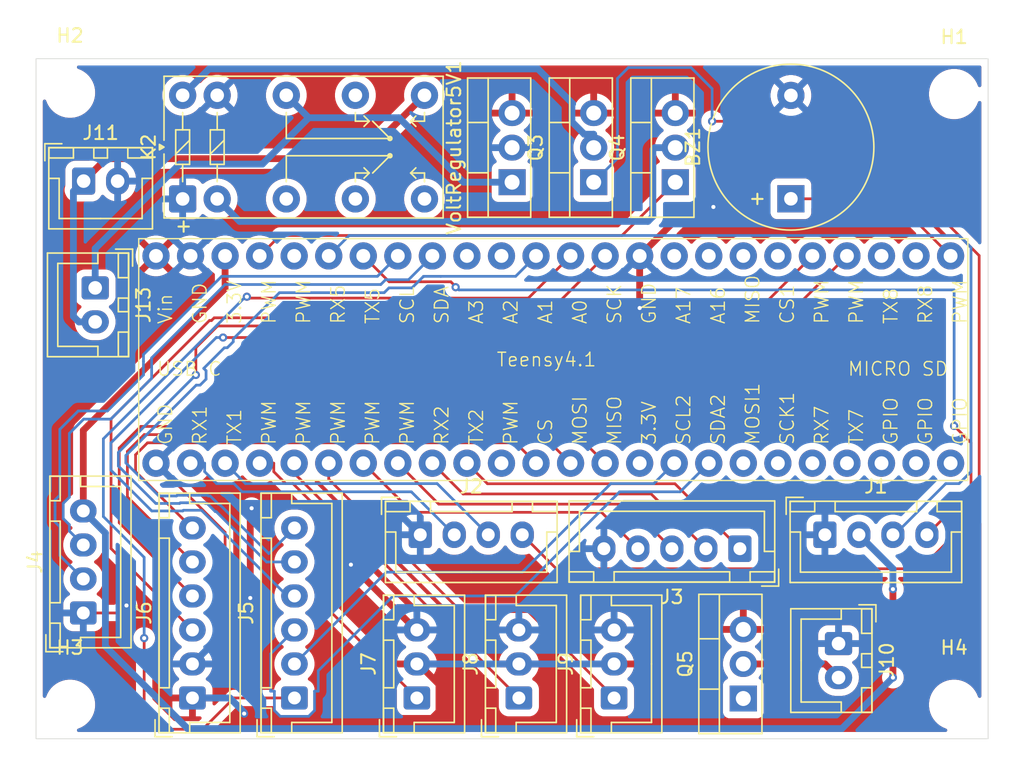
<source format=kicad_pcb>
(kicad_pcb (version 20241229) (generator "pcbnew") (generator_version "9.0")
  (layers (0 "F.Cu" signal) (2 "B.Cu" signal) (13 "F.Paste" user) (15 "B.Paste" user) (5 "F.SilkS" user "F.Silkscreen") (7 "B.SilkS" user "B.Silkscreen") (1 "F.Mask" user) (3 "B.Mask" user) (25 "Edge.Cuts" user))
  (net 0 "")
  (net 1 "TX_VIDEO")
  (net 2 "GND")
  (net 3 "RX_VIDEO")
  (net 4 "RX_LORA")
  (net 5 "TX_LORA")
  (net 6 "+3.3V")
  (net 7 "PWM_SERVO2")
  (net 8 "PWM_SERVO3")
  (net 9 "SDA")
  (net 10 "SCL")
  (net 11 "PWM_SERVO1")
  (net 12 "BUZZER")
  (net 13 "RX_SERIAL")
  (net 14 "+5V")
  (net 16 "TX_SERIAL")
  (net 17 "Nichrome_1")
  (net 18 "Vehicle_On")
  (net 19 "VIDEO_ON")
  (net 20 "PI_ON")
  (net 21 "GPIO3")
  (net 22 "MISO")
  (net 23 "GPIO0")
  (net 24 "MOSI")
  (net 25 "GPIO1")
  (net 26 "IRQ")
  (net 27 "SCLK")
  (net 28 "GPIO2")
  (net 29 "CS")
  (net 30 "SDN")
  (net 35 "Nichrome")
  (net 46 "Net-(J10-Pin_2)")
  (net 53 "VIN")
  (net 54 "Net-(J13-Pin_1)")
  (net 55 "Net-(Q3-D)")
  (net 56 "Net-(Q4-D)")
  (net 57 "Vehicle_Off")
  (footprint "MountingHole:MountingHole_3.2mm_M3" (layer "F.Cu") (at 109 38)
    (property "Reference" "H2")
    (property "Value" "MountingHole")
  )
  (footprint "Connector_JST:JST_XH_B2B-XH-A_1x02_P2.50mm_Vertical" (layer "F.Cu") (at 110 44.5)
    (property "Reference" "J11")
    (property "Value" "Battery In")
  )
  (footprint "Connector_JST:JST_XH_B3B-XH-A_1x03_P2.50mm_Vertical" (layer "F.Cu") (at 149 82.5 90)
    (property "Reference" "J9")
    (property "Value" "Servo 3")
  )
  (footprint "MountingHole:MountingHole_3.2mm_M3" (layer "F.Cu") (at 109 83)
    (property "Reference" "H3")
    (property "Value" "MountingHole")
  )
  (footprint "Package_TO_SOT_THT:TO-220-3_Vertical" (layer "F.Cu") (at 153.5 44.58 90)
    (property "Reference" "Q4")
    (property "Value" "Vehicle Off")
  )
  (footprint "Package_TO_SOT_THT:TO-220-3_Vertical" (layer "F.Cu") (at 158.5 82.54 90)
    (property "Reference" "Q5")
    (property "Value" "Nichrome")
  )
  (footprint "Breakout Boards:Teensy_4.1" (layer "F.Cu") (at 144.53 57.62 90)
    (property "Reference" "Teensy4.1")
    (property "Value" "~")
  )
  (footprint "Package_TO_SOT_THT:TO-220-3_Vertical" (layer "F.Cu") (at 141.5 44.58 90)
    (property "Reference" "VoltRegulator5V1")
    (property "Value" "L7805")
  )
  (footprint "Connector_JST:JST_XH_B4B-XH-A_1x04_P2.50mm_Vertical" (layer "F.Cu") (at 164.5 70.5)
    (property "Reference" "J1")
    (property "Value" "Lora Radio")
  )
  (footprint "Connector_JST:JST_XH_B2B-XH-A_1x02_P2.50mm_Vertical" (layer "F.Cu") (at 110.85 52.35 -90)
    (property "Reference" "J13")
    (property "Value" "Bypass")
  )
  (footprint "Connector_JST:JST_XH_B5B-XH-A_1x05_P2.50mm_Vertical" (layer "F.Cu") (at 158.25 71.525 180)
    (property "Reference" "J3")
    (property "Value" "Live Video")
  )
  (footprint "Relay_THT:Relay_DPDT_Omron_G6AK" (layer "F.Cu") (at 117.279706 45.81 90)
    (property "Reference" "K2")
    (property "Value" "HONGFA_HFD2-0xx-x-L2-x")
  )
  (footprint "Package_TO_SOT_THT:TO-220-3_Vertical" (layer "F.Cu") (at 147.5 44.58 90)
    (property "Reference" "Q3")
    (property "Value" "Vehicle On")
  )
  (footprint "Connector_JST:JST_XH_B3B-XH-A_1x03_P2.50mm_Vertical" (layer "F.Cu") (at 142 82.5 90)
    (property "Reference" "J8")
    (property "Value" "Servo 2")
  )
  (footprint "Connector_JST:JST_XH_B4B-XH-A_1x04_P2.50mm_Vertical" (layer "F.Cu") (at 134.75 70.5)
    (property "Reference" "J2")
    (property "Value" "Magnetic Connector")
  )
  (footprint "MountingHole:MountingHole_3.2mm_M3" (layer "F.Cu") (at 174 83)
    (property "Reference" "H4")
    (property "Value" "MountingHole")
  )
  (footprint "Connector_JST:JST_XH_B6B-XH-A_1x06_P2.50mm_Vertical" (layer "F.Cu") (at 118 82.5 90)
    (property "Reference" "J6")
    (property "Value" "Telemetry Data")
  )
  (footprint "Connector_JST:JST_XH_B3B-XH-A_1x03_P2.50mm_Vertical" (layer "F.Cu") (at 134.5 82.5 90)
    (property "Reference" "J7")
    (property "Value" "Servo 1")
  )
  (footprint "MountingHole:MountingHole_3.2mm_M3" (layer "F.Cu") (at 174 38.1)
    (property "Reference" "H1")
    (property "Value" "MountingHole")
  )
  (footprint "Connector_JST:JST_XH_B2B-XH-A_1x02_P2.50mm_Vertical" (layer "F.Cu") (at 165.5 78.5 -90)
    (property "Reference" "J10")
    (property "Value" "Nichrome")
  )
  (footprint "Connector_JST:JST_XH_B4B-XH-A_1x04_P2.50mm_Vertical" (layer "F.Cu") (at 109.975 76.25 90)
    (property "Reference" "J4")
    (property "Value" "I2C Connector")
  )
  (footprint "Connector_JST:JST_XH_B6B-XH-A_1x06_P2.50mm_Vertical" (layer "F.Cu") (at 125.5 82.5 90)
    (property "Reference" "J5")
    (property "Value" "Telemetry GPIO")
  )
  (footprint "Buzzer_Beeper:Buzzer_12x9.5RM7.6" (layer "F.Cu") (at 162 45.8 90)
    (property "Reference" "BZ1")
    (property "Value" "Buzzer")
  )
  (gr_rect (start 106.5 35.5) (end 176.5 85.5) (stroke (width 0.05)) (fill no) (layer "Edge.Cuts"))
  (segment (start 139.69 66.75) (end 153.475 66.75) (width 0.2) (layer "F.Cu") (net 1))
  (segment (start 138.18 65.24) (end 139.69 66.75) (width 0.2) (layer "F.Cu") (net 1))
  (segment (start 153.475 66.75) (end 158.25 71.525) (width 0.2) (layer "F.Cu") (net 1))
  (segment (start 154.48 46.4) (end 150.88 50) (width 0.5) (layer "F.Cu") (net 2))
  (segment (start 156.3 46.4) (end 154.48 46.4) (width 0.5) (layer "F.Cu") (net 2))
  (segment (start 120.4 77.6) (end 118 80) (width 0.2) (layer "F.Cu") (net 2))
  (segment (start 122.25 75.15) (end 122.25 68.65) (width 0.5) (layer "F.Cu") (net 2))
  (segment (start 120.4 70.32) (end 120.4 77.6) (width 0.2) (layer "F.Cu") (net 2))
  (segment (start 134.45 77.5) (end 129.65 72.7) (width 0.5) (layer "F.Cu") (net 2))
  (segment (start 122.25 68.65) (end 122.35 68.55) (width 0.5) (layer "F.Cu") (net 2))
  (segment (start 150.88 50) (end 150.88 53.83) (width 0.5) (layer "F.Cu") (net 2))
  (segment (start 109.975 76.25) (end 112.6 76.25) (width 0.2) (layer "F.Cu") (net 2))
  (segment (start 134.5 77.5) (end 134.45 77.5) (width 0.5) (layer "F.Cu") (net 2))
  (segment (start 112.6 76.25) (end 113.15 75.7) (width 0.2) (layer "F.Cu") (net 2))
  (segment (start 115.32 65.24) (end 120.4 70.32) (width 0.2) (layer "F.Cu") (net 2))
  (via (at 113.15 75.7) (size 0.6) (drill 0.3) (layers "F.Cu" "B.Cu") (net 2))
  (via (at 122.25 75.15) (size 0.6) (drill 0.3) (layers "F.Cu" "B.Cu") (net 2))
  (via (at 156.3 46.4) (size 0.6) (drill 0.3) (layers "F.Cu" "B.Cu") (net 2))
  (via (at 122.35 68.55) (size 0.6) (drill 0.3) (layers "F.Cu" "B.Cu") (net 2))
  (via (at 150.88 53.83) (size 0.6) (drill 0.3) (layers "F.Cu" "B.Cu") (net 2))
  (via (at 129.65 72.7) (size 0.6) (drill 0.3) (layers "F.Cu" "B.Cu") (net 2))
  (segment (start 122.25 75.75) (end 122.25 75.15) (width 0.5) (layer "B.Cu") (net 2))
  (segment (start 122.35 68.55) (end 122.6 68.3) (width 0.5) (layer "B.Cu") (net 2))
  (segment (start 118 80) (end 122.25 75.75) (width 0.5) (layer "B.Cu") (net 2))
  (segment (start 132.55 68.3) (end 134.75 70.5) (width 0.5) (layer "B.Cu") (net 2))
  (segment (start 122.6 68.3) (end 132.55 68.3) (width 0.5) (layer "B.Cu") (net 2))
  (segment (start 135.64 65.24) (end 137.9 67.5) (width 0.2) (layer "F.Cu") (net 3))
  (segment (start 137.9 67.5) (end 151.725 67.5) (width 0.2) (layer "F.Cu") (net 3))
  (segment (start 151.725 67.5) (end 155.75 71.525) (width 0.2) (layer "F.Cu") (net 3))
  (segment (start 175.241 49.378265) (end 174.361735 48.499) (width 0.2) (layer "B.Cu") (net 4))
  (segment (start 174.361735 48.499) (end 129.521 48.499) (width 0.2) (layer "B.Cu") (net 4))
  (segment (start 129.521 48.499) (end 128.02 50) (width 0.2) (layer "B.Cu") (net 4))
  (segment (start 173.384 66.741) (end 174.361735 66.741) (width 0.2) (layer "B.Cu") (net 4))
  (segment (start 169.5 70.5) (end 169.625 70.5) (width 0.2) (layer "B.Cu") (net 4))
  (segment (start 175.241 65.861735) (end 175.241 49.378265) (width 0.2) (layer "B.Cu") (net 4))
  (segment (start 169.625 70.5) (end 173.384 66.741) (width 0.2) (layer "B.Cu") (net 4))
  (segment (start 174.361735 66.741) (end 175.241 65.861735) (width 0.2) (layer "B.Cu") (net 4))
  (segment (start 174 62.5) (end 175.241 63.741) (width 0.2) (layer "F.Cu") (net 5))
  (segment (start 136.995699 51.9) (end 132.46 51.9) (width 0.2) (layer "F.Cu") (net 5))
  (segment (start 137.35 52.3) (end 137.35 52.254301) (width 0.2) (layer "F.Cu") (net 5))
  (segment (start 175.241 63.741) (end 175.241 67.259) (width 0.2) (layer "F.Cu") (net 5))
  (segment (start 132.46 51.9) (end 130.56 50) (width 0.2) (layer "F.Cu") (net 5))
  (segment (start 175.241 67.259) (end 172 70.5) (width 0.2) (layer "F.Cu") (net 5))
  (segment (start 137.35 52.254301) (end 136.995699 51.9) (width 0.2) (layer "F.Cu") (net 5))
  (via (at 137.35 52.3) (size 0.6) (drill 0.3) (layers "F.Cu" "B.Cu") (net 5))
  (via (at 174 62.5) (size 0.6) (drill 0.3) (layers "F.Cu" "B.Cu") (net 5))
  (segment (start 137.35 52.3) (end 137.395699 52.3) (width 0.2) (layer "B.Cu") (net 5))
  (segment (start 174 52.5) (end 174 62.5) (width 0.2) (layer "B.Cu") (net 5))
  (segment (start 137.595699 52.5) (end 174 52.5) (width 0.2) (layer "B.Cu") (net 5))
  (segment (start 137.395699 52.3) (end 137.595699 52.5) (width 0.2) (layer "B.Cu") (net 5))
  (segment (start 109.975 62.825) (end 120.4 52.4) (width 0.5) (layer "F.Cu") (net 6))
  (segment (start 169.5 74.5) (end 169.5 81) (width 0.5) (layer "F.Cu") (net 6))
  (segment (start 109.975 68.75) (end 109.975 62.825) (width 0.5) (layer "F.Cu") (net 6))
  (segment (start 120.4 52.4) (end 120.4 50) (width 0.5) (layer "F.Cu") (net 6))
  (via (at 169.5 74.5) (size 0.6) (drill 0.3) (layers "F.Cu" "B.Cu") (net 6))
  (via (at 169.5 81) (size 0.6) (drill 0.3) (layers "F.Cu" "B.Cu") (net 6))
  (segment (start 167 70.535424) (end 167 70.5) (width 0.5) (layer "B.Cu") (net 6))
  (segment (start 111.601 78.707134) (end 117.642866 84.749) (width 0.5) (layer "B.Cu") (net 6))
  (segment (start 169.5 73) (end 167 70.5) (width 0.5) (layer "B.Cu") (net 6))
  (segment (start 109.975 68.75) (end 111.601 70.376) (width 0.5) (layer "B.Cu") (net 6))
  (segment (start 111.601 70.376) (end 111.601 78.707134) (width 0.5) (layer "B.Cu") (net 6))
  (segment (start 117.642866 84.749) (end 165.751 84.749) (width 0.5) (layer "B.Cu") (net 6))
  (segment (start 165.751 84.749) (end 169.5 81) (width 0.5) (layer "B.Cu") (net 6))
  (segment (start 167 71) (end 167 70.5) (width 0.5) (layer "B.Cu") (net 6))
  (segment (start 169.5 73) (end 169.5 74.5) (width 0.5) (layer "B.Cu") (net 6))
  (segment (start 125.48 65.24) (end 125.48 65.98) (width 0.2) (layer "F.Cu") (net 7))
  (segment (start 125.48 65.98) (end 142 82.5) (width 0.2) (layer "F.Cu") (net 7))
  (segment (start 142.684603 76.149) (end 149 82.464397) (width 0.2) (layer "F.Cu") (net 8))
  (segment (start 137.754998 76.149) (end 142.684603 76.149) (width 0.2) (layer "F.Cu") (net 8))
  (segment (start 149 82.464397) (end 149 82.5) (width 0.2) (layer "F.Cu") (net 8))
  (segment (start 128.02 65.24) (end 128.02 66.414002) (width 0.2) (layer "F.Cu") (net 8))
  (segment (start 128.02 66.414002) (end 137.754998 76.149) (width 0.2) (layer "F.Cu") (net 8))
  (segment (start 108.95 67.739397) (end 108.95 63.05) (width 0.2) (layer "B.Cu") (net 9))
  (segment (start 108.95 69.760603) (end 108.499 69.309603) (width 0.2) (layer "B.Cu") (net 9))
  (segment (start 131.847942 52.102) (end 132.199942 51.75) (width 0.2) (layer "B.Cu") (net 9))
  (segment (start 120.398 52.102) (end 131.847942 52.102) (width 0.2) (layer "B.Cu") (net 9))
  (segment (start 108.95 70.225) (end 108.95 69.760603) (width 0.2) (layer "B.Cu") (net 9))
  (segment (start 133.89 51.75) (end 135.64 50) (width 0.2) (layer "B.Cu") (net 9))
  (segment (start 108.499 68.190397) (end 108.95 67.739397) (width 0.2) (layer "B.Cu") (net 9))
  (segment (start 109.975 71.25) (end 108.95 70.225) (width 0.2) (layer "B.Cu") (net 9))
  (segment (start 132.199942 51.75) (end 133.89 51.75) (width 0.2) (layer "B.Cu") (net 9))
  (segment (start 115 57.5) (end 120.398 52.102) (width 0.2) (layer "B.Cu") (net 9))
  (segment (start 108.95 63.05) (end 110 62) (width 0.2) (layer "B.Cu") (net 9))
  (segment (start 112 62) (end 115 59) (width 0.2) (layer "B.Cu") (net 9))
  (segment (start 108.499 69.309603) (end 108.499 68.190397) (width 0.2) (layer "B.Cu") (net 9))
  (segment (start 110 62) (end 112 62) (width 0.2) (layer "B.Cu") (net 9))
  (segment (start 115 59) (end 115 57.5) (width 0.2) (layer "B.Cu") (net 9))
  (segment (start 111.751058 61.399) (end 114.399 58.751058) (width 0.2) (layer "B.Cu") (net 10))
  (segment (start 131.951 51.149) (end 133.1 50) (width 0.2) (layer "B.Cu") (net 10))
  (segment (start 109.751058 61.399) (end 110.248942 61.399) (width 0.2) (layer "B.Cu") (net 10))
  (segment (start 108.25 69.910545) (end 107.898 69.558545) (width 0.2) (layer "B.Cu") (net 10))
  (segment (start 114.399 57.748942) (end 114.399 57.251058) (width 0.2) (layer "B.Cu") (net 10))
  (segment (start 119.797 51.853058) (end 120.149058 51.501) (width 0.2) (layer "B.Cu") (net 10))
  (segment (start 107.898 67.941455) (end 108.25 67.589455) (width 0.2) (layer "B.Cu") (net 10))
  (segment (start 114.751058 56.899) (end 119.797 51.853058) (width 0.2) (layer "B.Cu") (net 10))
  (segment (start 120.149058 51.501) (end 120.646942 51.501) (width 0.2) (layer "B.Cu") (net 10))
  (segment (start 108.25 62.75) (end 109.601 61.399) (width 0.2) (layer "B.Cu") (net 10))
  (segment (start 109.975 73.75) (end 108.25 72.025) (width 0.2) (layer "B.Cu") (net 10))
  (segment (start 107.898 68.439339) (end 107.898 67.941455) (width 0.2) (layer "B.Cu") (net 10))
  (segment (start 120.646942 51.501) (end 131.599 51.501) (width 0.2) (layer "B.Cu") (net 10))
  (segment (start 131.599 51.501) (end 131.951 51.149) (width 0.2) (layer "B.Cu") (net 10))
  (segment (start 107.898 69.060661) (end 107.898 68.439339) (width 0.2) (layer "B.Cu") (net 10))
  (segment (start 110.248942 61.399) (end 111.751058 61.399) (width 0.2) (layer "B.Cu") (net 10))
  (segment (start 108.25 72.025) (end 108.25 69.910545) (width 0.2) (layer "B.Cu") (net 10))
  (segment (start 108.25 67.589455) (end 108.25 62.75) (width 0.2) (layer "B.Cu") (net 10))
  (segment (start 114.399 58.751058) (end 114.399 57.748942) (width 0.2) (layer "B.Cu") (net 10))
  (segment (start 109.601 61.399) (end 109.751058 61.399) (width 0.2) (layer "B.Cu") (net 10))
  (segment (start 107.898 69.558545) (end 107.898 69.060661) (width 0.2) (layer "B.Cu") (net 10))
  (segment (start 114.399 57.251058) (end 114.751058 56.899) (width 0.2) (layer "B.Cu") (net 10))
  (segment (start 124.858265 66.741) (end 125.391058 66.741) (width 0.2) (layer "F.Cu") (net 11))
  (segment (start 123.979 65.861735) (end 124.858265 66.741) (width 0.2) (layer "F.Cu") (net 11))
  (segment (start 122.94 65.24) (end 123.979 65.24) (width 0.2) (layer "F.Cu") (net 11))
  (segment (start 125.391058 66.741) (end 127.9 69.249942) (width 0.2) (layer "F.Cu") (net 11))
  (segment (start 123.979 65.24) (end 123.979 65.861735) (width 0.2) (layer "F.Cu") (net 11))
  (segment (start 127.9 69.249942) (end 127.9 75.9) (width 0.2) (layer "F.Cu") (net 11))
  (segment (start 127.9 75.9) (end 134.5 82.5) (width 0.2) (layer "F.Cu") (net 11))
  (segment (start 169.54 45.8) (end 173.74 50) (width 0.2) (layer "F.Cu") (net 12))
  (segment (start 162 45.8) (end 169.54 45.8) (width 0.2) (layer "F.Cu") (net 12))
  (segment (start 137.25 70.5) (end 134.092 67.342) (width 0.2) (layer "B.Cu") (net 13))
  (segment (start 121.3 66.989942) (end 121.036396 66.726338) (width 0.2) (layer "B.Cu") (net 13))
  (segment (start 118.899 65.861735) (end 118.899 65.24) (width 0.2) (layer "B.Cu") (net 13))
  (segment (start 121.036396 66.726338) (end 121.021735 66.741) (width 0.2) (layer "B.Cu") (net 13))
  (segment (start 122.149942 67.342) (end 121.652058 67.342) (width 0.2) (layer "B.Cu") (net 13))
  (segment (start 121.652058 67.342) (end 121.3 66.989942) (width 0.2) (layer "B.Cu") (net 13))
  (segment (start 118.899 65.24) (end 117.86 65.24) (width 0.2) (layer "B.Cu") (net 13))
  (segment (start 134.092 67.342) (end 122.149942 67.342) (width 0.2) (layer "B.Cu") (net 13))
  (segment (start 119.778265 66.741) (end 118.899 65.861735) (width 0.2) (layer "B.Cu") (net 13))
  (segment (start 121.021735 66.741) (end 119.778265 66.741) (width 0.2) (layer "B.Cu") (net 13))
  (segment (start 136.126 81.501) (end 134.625 80) (width 0.5) (layer "F.Cu") (net 14))
  (segment (start 122.151 84.001) (end 135.605134 84.001) (width 0.5) (layer "F.Cu") (net 14))
  (segment (start 135.605134 84.001) (end 136.126 83.480134) (width 0.5) (layer "F.Cu") (net 14))
  (segment (start 134.625 80) (end 134.5 80) (width 0.5) (layer "F.Cu") (net 14))
  (segment (start 121.8 83.65) (end 122.151 84.001) (width 0.5) (layer "F.Cu") (net 14))
  (segment (start 136.126 83.480134) (end 136.126 81.501) (width 0.5) (layer "F.Cu") (net 14))
  (via (at 121.8 83.65) (size 0.6) (drill 0.3) (layers "F.Cu" "B.Cu") (net 14))
  (segment (start 134.5 80) (end 142 80) (width 0.5) (layer "B.Cu") (net 14))
  (segment (start 118 82.5) (end 120.75 82.5) (width 0.5) (layer "B.Cu") (net 14))
  (segment (start 142 80) (end 149 80) (width 0.5) (layer "B.Cu") (net 14))
  (segment (start 120.8 82.55) (end 121.8 83.55) (width 0.5) (layer "B.Cu") (net 14))
  (segment (start 120.75 82.5) (end 120.8 82.55) (width 0.5) (layer "B.Cu") (net 14))
  (segment (start 121.8 83.55) (end 121.8 83.65) (width 0.5) (layer "B.Cu") (net 14))
  (segment (start 121.901 66.741) (end 120.4 65.24) (width 0.2) (layer "B.Cu") (net 16))
  (segment (start 139.75 70.5) (end 135.991 66.741) (width 0.2) (layer "B.Cu") (net 16))
  (segment (start 135.991 66.741) (end 121.901 66.741) (width 0.2) (layer "B.Cu") (net 16))
  (segment (start 165.964794 40.102059) (end 156.205118 40.102059) (width 0.2) (layer "F.Cu") (net 18))
  (segment (start 175.842 49.979265) (end 165.964794 40.102059) (width 0.2) (layer "F.Cu") (net 18))
  (segment (start 142.25 70.5) (end 144.751 73.001) (width 0.2) (layer "F.Cu") (net 18))
  (segment (start 144.751 73.001) (end 171.534603 73.001) (width 0.2) (layer "F.Cu") (net 18))
  (segment (start 171.534603 73.001) (end 175.842 68.693603) (width 0.2) (layer "F.Cu") (net 18))
  (segment (start 175.842 68.693603) (end 175.842 49.979265) (width 0.2) (layer "F.Cu") (net 18))
  (via (at 156.205118 40.102059) (size 0.6) (drill 0.3) (layers "F.Cu" "B.Cu") (net 18))
  (segment (start 156.205118 40.102059) (end 156.205118 37.705118) (width 0.2) (layer "B.Cu") (net 18))
  (segment (start 156.205118 37.705118) (end 154.65 36.15) (width 0.2) (layer "B.Cu") (net 18))
  (segment (start 149.25 36.95) (end 149.25 42.83) (width 0.2) (layer "B.Cu") (net 18))
  (segment (start 149.25 42.83) (end 147.5 44.58) (width 0.2) (layer "B.Cu") (net 18))
  (segment (start 150.05 36.15) (end 149.25 36.95) (width 0.2) (layer "B.Cu") (net 18))
  (segment (start 154.65 36.15) (end 150.05 36.15) (width 0.2) (layer "B.Cu") (net 18))
  (segment (start 148.076 68.851) (end 150.75 71.525) (width 0.2) (layer "F.Cu") (net 19))
  (segment (start 130.56 65.24) (end 134.171 68.851) (width 0.2) (layer "F.Cu") (net 19))
  (segment (start 134.171 68.851) (end 148.076 68.851) (width 0.2) (layer "F.Cu") (net 19))
  (segment (start 149.975 68.25) (end 153.25 71.525) (width 0.2) (layer "F.Cu") (net 20))
  (segment (start 136.11 68.25) (end 149.975 68.25) (width 0.2) (layer "F.Cu") (net 20))
  (segment (start 133.1 65.24) (end 136.11 68.25) (width 0.2) (layer "F.Cu") (net 20))
  (segment (start 163.58 50) (end 158.43 55.15) (width 0.2) (layer "F.Cu") (net 21))
  (segment (start 119.85 55.15) (end 118.25 56.75) (width 0.2) (layer "F.Cu") (net 21))
  (segment (start 158.43 55.15) (end 119.85 55.15) (width 0.2) (layer "F.Cu") (net 21))
  (segment (start 118.25 56.75) (end 118.25 58.75) (width 0.2) (layer "F.Cu") (net 21))
  (via (at 118.25 58.75) (size 0.6) (drill 0.3) (layers "F.Cu" "B.Cu") (net 21))
  (segment (start 112.553 65.445676) (end 112.553 64.447) (width 0.2) (layer "B.Cu") (net 21))
  (segment (start 112.553 64.447) (end 118.25 58.75) (width 0.2) (layer "B.Cu") (net 21))
  (segment (start 117.056876 68.199) (end 115.306323 68.199) (width 0.2) (layer "B.Cu") (net 21))
  (segment (start 125.5 72.5) (end 123.449942 72.5) (width 0.2) (layer "B.Cu") (net 21))
  (segment (start 117.56434 68.148) (end 117.107876 68.148) (width 0.2) (layer "B.Cu") (net 21))
  (segment (start 119.749942 68.8) (end 119.679232 68.8) (width 0.2) (layer "B.Cu") (net 21))
  (segment (start 123.449942 72.5) (end 119.749942 68.8) (width 0.2) (layer "B.Cu") (net 21))
  (segment (start 115.306323 68.199) (end 112.553 65.445676) (width 0.2) (layer "B.Cu") (net 21))
  (segment (start 119.679232 68.8) (end 119.078232 68.199) (width 0.2) (layer "B.Cu") (net 21))
  (segment (start 117.107876 68.148) (end 117.056876 68.199) (width 0.2) (layer "B.Cu") (net 21))
  (segment (start 118.892124 68.148) (end 118.43566 68.148) (width 0.2) (layer "B.Cu") (net 21))
  (segment (start 119.078232 68.199) (end 118.943124 68.199) (width 0.2) (layer "B.Cu") (net 21))
  (segment (start 118.943124 68.199) (end 118.892124 68.148) (width 0.2) (layer "B.Cu") (net 21))
  (segment (start 118.43566 68.148) (end 117.56434 68.148) (width 0.2) (layer "B.Cu") (net 21))
  (segment (start 112.617 64.120381) (end 114.200381 62.537) (width 0.2) (layer "F.Cu") (net 22))
  (segment (start 145.637 62.537) (end 148.34 65.24) (width 0.2) (layer "F.Cu") (net 22))
  (segment (start 114.200381 62.537) (end 145.637 62.537) (width 0.2) (layer "F.Cu") (net 22))
  (segment (start 118 75) (end 112.617 69.617) (width 0.2) (layer "F.Cu") (net 22))
  (segment (start 112.617 69.617) (end 112.617 64.120381) (width 0.2) (layer "F.Cu") (net 22))
  (segment (start 148.759 66.741) (end 142.25 73.25) (width 0.2) (layer "B.Cu") (net 23))
  (segment (start 153.42 65.24) (end 151.919 66.741) (width 0.2) (layer "B.Cu") (net 23))
  (segment (start 142.25 73.25) (end 132.25 73.25) (width 0.2) (layer "B.Cu") (net 23))
  (segment (start 132.25 73.25) (end 125.5 80) (width 0.2) (layer "B.Cu") (net 23))
  (segment (start 151.919 66.741) (end 148.759 66.741) (width 0.2) (layer "B.Cu") (net 23))
  (segment (start 118 72.5) (end 113.218 67.718) (width 0.2) (layer "F.Cu") (net 24))
  (segment (start 114.449323 63.138) (end 143.698 63.138) (width 0.2) (layer "F.Cu") (net 24))
  (segment (start 113.218 64.369323) (end 114.449323 63.138) (width 0.2) (layer "F.Cu") (net 24))
  (segment (start 113.218 67.718) (end 113.218 64.369323) (width 0.2) (layer "F.Cu") (net 24))
  (segment (start 143.698 63.138) (end 145.8 65.24) (width 0.2) (layer "F.Cu") (net 24))
  (segment (start 124.456998 83.851) (end 126.543002 83.851) (width 0.2) (layer "B.Cu") (net 25))
  (segment (start 123.75 82) (end 124.024 82) (width 0.2) (layer "B.Cu") (net 25))
  (segment (start 126.976 82) (end 127.25 82) (width 0.2) (layer "B.Cu") (net 25))
  (segment (start 125.5 77.5) (end 123.75 79.25) (width 0.2) (layer "B.Cu") (net 25))
  (segment (start 132.75 75) (end 141.75 75) (width 0.2) (layer "B.Cu") (net 25))
  (segment (start 124.024 83.418002) (end 124.456998 83.851) (width 0.2) (layer "B.Cu") (net 25))
  (segment (start 149.408 67.342) (end 153.858 67.342) (width 0.2) (layer "B.Cu") (net 25))
  (segment (start 153.858 67.342) (end 155.96 65.24) (width 0.2) (layer "B.Cu") (net 25))
  (segment (start 125.5 77.5) (end 125.5 77.105998) (width 0.2) (layer "B.Cu") (net 25))
  (segment (start 141.75 75) (end 149.408 67.342) (width 0.2) (layer "B.Cu") (net 25))
  (segment (start 126.976 83.418002) (end 126.976 82) (width 0.2) (layer "B.Cu") (net 25))
  (segment (start 124.024 82) (end 124.024 83.418002) (width 0.2) (layer "B.Cu") (net 25))
  (segment (start 127.25 80.5) (end 132.75 75) (width 0.2) (layer "B.Cu") (net 25))
  (segment (start 123.75 79.25) (end 123.75 82) (width 0.2) (layer "B.Cu") (net 25))
  (segment (start 126.543002 83.851) (end 126.976 83.418002) (width 0.2) (layer "B.Cu") (net 25))
  (segment (start 127.25 82) (end 127.25 80.5) (width 0.2) (layer "B.Cu") (net 25))
  (segment (start 142.699 53.101) (end 122.199 53.101) (width 0.2) (layer "F.Cu") (net 26))
  (segment (start 145.8 50) (end 142.699 53.101) (width 0.2) (layer "F.Cu") (net 26))
  (segment (start 122.199 53.101) (end 122.15 53.15) (width 0.2) (layer "F.Cu") (net 26))
  (segment (start 121.05 82.5) (end 125.5 82.5) (width 0.2) (layer "F.Cu") (net 26))
  (segment (start 114.45 82.85) (end 116.4 84.8) (width 0.2) (layer "F.Cu") (net 26))
  (segment (start 114.45 78.1) (end 114.45 82.85) (width 0.2) (layer "F.Cu") (net 26))
  (segment (start 116.4 84.8) (end 118.75 84.8) (width 0.2) (layer "F.Cu") (net 26))
  (segment (start 122.15 53.15) (end 122 53) (width 0.2) (layer "F.Cu") (net 26))
  (segment (start 118.75 84.8) (end 121.05 82.5) (width 0.2) (layer "F.Cu") (net 26))
  (via (at 122 53) (size 0.6) (drill 0.3) (layers "F.Cu" "B.Cu") (net 26))
  (via (at 114.45 78.1) (size 0.6) (drill 0.3) (layers "F.Cu" "B.Cu") (net 26))
  (segment (start 111.451 63.449058) (end 111.451 69.163926) (width 0.2) (layer "B.Cu") (net 26))
  (segment (start 122 53) (end 121.900058 53) (width 0.2) (layer "B.Cu") (net 26))
  (segment (start 121.900058 53) (end 111.451 63.449058) (width 0.2) (layer "B.Cu") (net 26))
  (segment (start 114.45 72.162926) (end 114.45 78.1) (width 0.2) (layer "B.Cu") (net 26))
  (segment (start 111.451 69.163926) (end 114.45 72.162926) (width 0.2) (layer "B.Cu") (net 26))
  (segment (start 119.25 54.75) (end 119.400058 54.75) (width 0.2) (layer "F.Cu") (net 27))
  (segment (start 112.016 71.516) (end 112.016 61.984) (width 0.2) (layer "F.Cu") (net 27))
  (segment (start 118 77.5) (end 112.016 71.516) (width 0.2) (layer "F.Cu") (net 27))
  (segment (start 112.016 61.984) (end 119.25 54.75) (width 0.2) (layer "F.Cu") (net 27))
  (segment (start 119.601058 54.549) (end 120.098942 54.549) (width 0.2) (layer "F.Cu") (net 27))
  (segment (start 119.400058 54.75) (end 119.601058 54.549) (width 0.2) (layer "F.Cu") (net 27))
  (segment (start 120.098942 54.549) (end 143.791 54.549) (width 0.2) (layer "F.Cu") (net 27))
  (segment (start 143.791 54.549) (end 148.34 50) (width 0.2) (layer "F.Cu") (net 27))
  (segment (start 160.12 56) (end 166.12 50) (width 0.2) (layer "F.Cu") (net 28))
  (segment (start 120.25 56) (end 160.12 56) (width 0.2) (layer "F.Cu") (net 28))
  (via (at 120.25 56) (size 0.6) (drill 0.3) (layers "F.Cu" "B.Cu") (net 28))
  (segment (start 117.336108 68.699) (end 117.285108 68.75) (width 0.2) (layer "B.Cu") (net 28))
  (segment (start 112.002 65.744619) (end 112.002 63.748) (width 0.2) (layer "B.Cu") (net 28))
  (segment (start 112.002 63.748) (end 119.75 56) (width 0.2) (layer "B.Cu") (net 28))
  (segment (start 119.75 56) (end 120.25 56) (width 0.2) (layer "B.Cu") (net 28))
  (segment (start 115.007381 68.75) (end 112.002 65.744619) (width 0.2) (layer "B.Cu") (net 28))
  (segment (start 117.285108 68.75) (end 115.007381 68.75) (width 0.2) (layer "B.Cu") (net 28))
  (segment (start 118.663892 68.699) (end 117.336108 68.699) (width 0.2) (layer "B.Cu") (net 28))
  (segment (start 124.964892 75) (end 118.663892 68.699) (width 0.2) (layer "B.Cu") (net 28))
  (segment (start 125.5 75) (end 124.964892 75) (width 0.2) (layer "B.Cu") (net 28))
  (segment (start 114.698265 63.739) (end 141.759 63.739) (width 0.2) (layer "F.Cu") (net 29))
  (segment (start 117.957265 70) (end 113.819 65.861735) (width 0.2) (layer "F.Cu") (net 29))
  (segment (start 141.759 63.739) (end 143.26 65.24) (width 0.2) (layer "F.Cu") (net 29))
  (segment (start 113.819 64.618265) (end 114.698265 63.739) (width 0.2) (layer "F.Cu") (net 29))
  (segment (start 118 70) (end 117.957265 70) (width 0.2) (layer "F.Cu") (net 29))
  (segment (start 113.819 65.861735) (end 113.819 64.618265) (width 0.2) (layer "F.Cu") (net 29))
  (segment (start 119.001 58.438925) (end 118.831037 58.268962) (width 0.2) (layer "B.Cu") (net 30))
  (segment (start 121.001 56.098999) (end 124.397 52.703) (width 0.2) (layer "B.Cu") (net 30))
  (segment (start 116.828644 67.648) (end 115.534555 67.648) (width 0.2) (layer "B.Cu") (net 30))
  (segment (start 117.792572 67.597) (end 117.336108 67.597) (width 0.2) (layer "B.Cu") (net 30))
  (segment (start 119.120356 67.597) (end 118.663892 67.597) (width 0.2) (layer "B.Cu") (net 30))
  (segment (start 132.448884 52.351) (end 134.138942 52.351) (width 0.2) (layer "B.Cu") (net 30))
  (segment (start 141.76 51.5) (end 143.26 50) (width 0.2) (layer "B.Cu") (net 30))
  (segment (start 124.397 52.703) (end 132.096884 52.703) (width 0.2) (layer "B.Cu") (net 30))
  (segment (start 118.561075 59.501) (end 119.001 59.061075) (width 0.2) (layer "B.Cu") (net 30))
  (segment (start 115.534555 67.648) (end 113.104 65.217445) (width 0.2) (layer "B.Cu") (net 30))
  (segment (start 120.561075 56.751) (end 121.001 56.311075) (width 0.2) (layer "B.Cu") (net 30))
  (segment (start 135.018265 51.501) (end 136.261735 51.501) (width 0.2) (layer "B.Cu") (net 30))
  (segment (start 113.104 65.217445) (end 113.104 64.675231) (width 0.2) (layer "B.Cu") (net 30))
  (segment (start 118.663892 67.597) (end 118.207428 67.597) (width 0.2) (layer "B.Cu") (net 30))
  (segment (start 120.348999 56.751) (end 120.561075 56.751) (width 0.2) (layer "B.Cu") (net 30))
  (segment (start 134.138942 52.351) (end 134.989942 51.5) (width 0.2) (layer "B.Cu") (net 30))
  (segment (start 125.5 70) (end 123.614587 71.885413) (width 0.2) (layer "B.Cu") (net 30))
  (segment (start 119.306464 67.648) (end 119.171356 67.648) (width 0.2) (layer "B.Cu") (net 30))
  (segment (start 118.831037 58.268962) (end 120.348999 56.751) (width 0.2) (layer "B.Cu") (net 30))
  (segment (start 132.096884 52.703) (end 132.448884 52.351) (width 0.2) (layer "B.Cu") (net 30))
  (segment (start 136.261735 51.501) (end 136.262735 51.5) (width 0.2) (layer "B.Cu") (net 30))
  (segment (start 120.300942 68.571768) (end 119.978174 68.249) (width 0.2) (layer "B.Cu") (net 30))
  (segment (start 119.171356 67.648) (end 119.120356 67.597) (width 0.2) (layer "B.Cu") (net 30))
  (segment (start 116.879644 67.597) (end 116.828644 67.648) (width 0.2) (layer "B.Cu") (net 30))
  (segment (start 117.336108 67.597) (end 116.879644 67.597) (width 0.2) (layer "B.Cu") (net 30))
  (segment (start 118.278232 59.501) (end 118.561075 59.501) (width 0.2) (layer "B.Cu") (net 30))
  (segment (start 121.001 56.311075) (end 121.001 56.098999) (width 0.2) (layer "B.Cu") (net 30))
  (segment (start 136.262735 51.5) (end 141.76 51.5) (width 0.2) (layer "B.Cu") (net 30))
  (segment (start 119.001 59.061075) (end 119.001 58.438925) (width 0.2) (layer "B.Cu") (net 30))
  (segment (start 123.614587 71.885413) (end 120.300942 68.571768) (width 0.2) (layer "B.Cu") (net 30))
  (segment (start 119.907464 68.249) (end 119.629232 67.970768) (width 0.2) (layer "B.Cu") (net 30))
  (segment (start 119.629232 67.970768) (end 119.306464 67.648) (width 0.2) (layer "B.Cu") (net 30))
  (segment (start 134.989942 51.5) (end 135.017265 51.5) (width 0.2) (layer "B.Cu") (net 30))
  (segment (start 113.104 64.675231) (end 118.278232 59.501) (width 0.2) (layer "B.Cu") (net 30))
  (segment (start 119.978174 68.249) (end 119.907464 68.249) (width 0.2) (layer "B.Cu") (net 30))
  (segment (start 135.017265 51.5) (end 135.018265 51.501) (width 0.2) (layer "B.Cu") (net 30))
  (segment (start 118.207428 67.597) (end 117.792572 67.597) (width 0.2) (layer "B.Cu") (net 30))
  (segment (start 158.5 80) (end 164.5 80) (width 0.5) (layer "F.Cu") (net 46))
  (segment (start 164.5 80) (end 165.5 81) (width 0.5) (layer "F.Cu") (net 46))
  (segment (start 158.101 80.040576) (end 158.030212 79.969788) (width 0.5) (layer "B.Cu") (net 46))
  (segment (start 110 44.5) (end 111.651 42.849) (width 0.5) (layer "F.Cu") (net 53))
  (segment (start 111.651 42.849) (end 130.400706 42.849) (width 0.5) (layer "F.Cu") (net 53))
  (segment (start 109.349 45.151) (end 110 44.5) (width 0.5) (layer "F.Cu") (net 53))
  (segment (start 130.400706 42.849) (end 135.059706 38.19) (width 0.5) (layer "F.Cu") (net 53))
  (segment (start 109.249 54.449) (end 109.65 54.85) (width 0.5) (layer "B.Cu") (net 53))
  (segment (start 109.249 45.251) (end 109.249 54.449) (width 0.5) (layer "B.Cu") (net 53))
  (segment (start 109.65 54.85) (end 110.85 54.85) (width 0.5) (layer "B.Cu") (net 53))
  (segment (start 110 44.5) (end 109.249 45.251) (width 0.5) (layer "B.Cu") (net 53))
  (segment (start 133.191 39.841) (end 137.93 44.58) (width 0.5) (layer "B.Cu") (net 54))
  (segment (start 110.85 49.458572) (end 110.85 52.35) (width 0.5) (layer "B.Cu") (net 54))
  (segment (start 123.141706 43.25) (end 117.058572 43.25) (width 0.5) (layer "B.Cu") (net 54))
  (segment (start 117.058572 43.25) (end 110.85 49.458572) (width 0.5) (layer "B.Cu") (net 54))
  (segment (start 126.550706 39.841) (end 133.191 39.841) (width 0.5) (layer "B.Cu") (net 54))
  (segment (start 124.899706 38.19) (end 126.550706 39.841) (width 0.5) (layer "B.Cu") (net 54))
  (segment (start 137.93 44.58) (end 141.5 44.58) (width 0.5) (layer "B.Cu") (net 54))
  (segment (start 126.550706 39.841) (end 123.141706 43.25) (width 0.5) (layer "B.Cu") (net 54))
  (segment (start 145.899 38.856519) (end 145.899 40.143481) (width 0.5) (layer "B.Cu") (net 55))
  (segment (start 143.401 36.251) (end 145.95276 38.80276) (width 0.5) (layer "B.Cu") (net 55))
  (segment (start 146.809019 41.0535) (end 147.5 41.0535) (width 0.5) (layer "B.Cu") (net 55))
  (segment (start 117.279706 38.19) (end 119.218706 36.251) (width 0.5) (layer "B.Cu") (net 55))
  (segment (start 145.899 40.143481) (end 146.809019 41.0535) (width 0.5) (layer "B.Cu") (net 55))
  (segment (start 145.95276 38.80276) (end 145.899 38.856519) (width 0.5) (layer "B.Cu") (net 55))
  (segment (start 147.5 41.0535) (end 147.5 42.04) (width 0.5) (layer "B.Cu") (net 55))
  (segment (start 119.218706 36.251) (end 143.401 36.251) (width 0.5) (layer "B.Cu") (net 55))
  (segment (start 119.819706 45.81) (end 121.470706 47.461) (width 0.5) (layer "B.Cu") (net 56))
  (segment (start 121.470706 47.461) (end 151.489 47.461) (width 0.5) (layer "B.Cu") (net 56))
  (segment (start 151.489 47.461) (end 151.849 47.101) (width 0.5) (layer "B.Cu") (net 56))
  (segment (start 151.849 42.191) (end 152 42.04) (width 0.5) (layer "B.Cu") (net 56))
  (segment (start 152 42.04) (end 153.5 42.04) (width 0.5) (layer "B.Cu") (net 56))
  (segment (start 151.849 47.101) (end 151.849 42.191) (width 0.5) (layer "B.Cu") (net 56))
  (segment (start 149.581 48.499) (end 124.441 48.499) (width 0.2) (layer "F.Cu") (net 57))
  (segment (start 153.5 44.58) (end 149.581 48.499) (width 0.2) (layer "F.Cu") (net 57))
  (segment (start 124.441 48.499) (end 122.94 50) (width 0.2) (layer "F.Cu") (net 57))
  (zone (net 14) (net_name "+5V") (layer "F.Cu") (connect_pads (clearance 0.5)) (min_thickness 0.25) (fill yes (thermal_gap 0.5) (thermal_bridge_width 0.5))
    (polygon (pts (xy 106.5 35.5) (xy 176.5 35.5) (xy 176.5 85.5) (xy 106.5 85.5)))
  )
  (zone (net 2) (net_name "GND") (layer "B.Cu") (priority 1) (connect_pads (clearance 0.5)) (min_thickness 0.25) (fill yes (thermal_gap 0.5) (thermal_bridge_width 0.5))
    (polygon (pts (xy 106.5 35.5) (xy 176.5 35.5) (xy 176.5 85.5) (xy 106.5 85.5)))
  )
)
</source>
